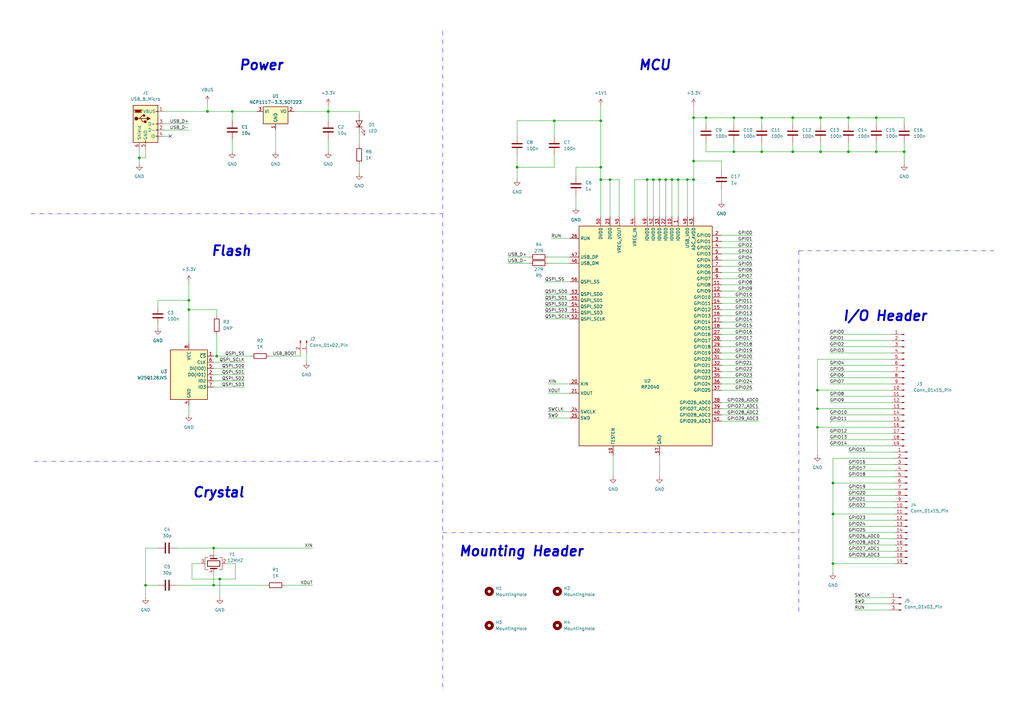
<source format=kicad_sch>
(kicad_sch (version 20230121) (generator eeschema)
  (paper "A3")
  (title_block (title "Raspberry Pi Pico") (date "2023-08-25") (rev "v1") (comment 1 "Minimal Design of RP2040 board"))
  (lib_symbols
    (symbol "Connector:Conn_01x02_Pin" (pin_names (offset 1.016) hide)
      (property "Reference" "J" (at 0 2.54 0))
      (property "Value" "Conn_01x02_Pin" (at 0 -5.08 0))
      (symbol "Conn_01x02_Pin_1_1"
        (polyline (pts (xy 1.27 -2.54) (xy 0.8636 -2.54)) (stroke (width 0.1524)))
        (polyline (pts (xy 1.27 0) (xy 0.8636 0)) (stroke (width 0.1524)))
        (rectangle (start 0.8636 -2.413) (end 0 -2.667) (stroke (width 0.1524)) (fill (type outline)))
        (rectangle (start 0.8636 0.127) (end 0 -0.127) (stroke (width 0.1524)) (fill (type outline)))
        (pin passive line (at 5.08 0 180) (length 3.81) (name "Pin_1") (number "1"))
        (pin passive line (at 5.08 -2.54 180) (length 3.81) (name "Pin_2") (number "2"))
      )
    )
    (symbol "Connector:Conn_01x03_Pin" (pin_names (offset 1.016) hide)
      (property "Reference" "J" (at 0 5.08 0))
      (property "Value" "Conn_01x03_Pin" (at 0 -5.08 0))
      (symbol "Conn_01x03_Pin_1_1"
        (polyline (pts (xy 1.27 -2.54) (xy 0.8636 -2.54)) (stroke (width 0.1524)))
        (polyline (pts (xy 1.27 0) (xy 0.8636 0)) (stroke (width 0.1524)))
        (polyline (pts (xy 1.27 2.54) (xy 0.8636 2.54)) (stroke (width 0.1524)))
        (rectangle (start 0.8636 -2.413) (end 0 -2.667) (stroke (width 0.1524)) (fill (type outline)))
        (rectangle (start 0.8636 0.127) (end 0 -0.127) (stroke (width 0.1524)) (fill (type outline)))
        (rectangle (start 0.8636 2.667) (end 0 2.413) (stroke (width 0.1524)) (fill (type outline)))
        (pin passive line (at 5.08 2.54 180) (length 3.81) (name "Pin_1") (number "1"))
        (pin passive line (at 5.08 0 180) (length 3.81) (name "Pin_2") (number "2"))
        (pin passive line (at 5.08 -2.54 180) (length 3.81) (name "Pin_3") (number "3"))
      )
    )
    (symbol "Connector:Conn_01x19_Pin" (pin_names (offset 1.016) hide)
      (property "Reference" "J" (at 0 25.4 0))
      (property "Value" "Conn_01x19_Pin" (at 0 -25.4 0))
      (symbol "Conn_01x19_Pin_1_1"
        (polyline (pts (xy 1.27 -22.86) (xy 0.8636 -22.86)) (stroke (width 0.1524)))
        (polyline (pts (xy 1.27 -20.32) (xy 0.8636 -20.32)) (stroke (width 0.1524)))
        (polyline (pts (xy 1.27 -17.78) (xy 0.8636 -17.78)) (stroke (width 0.1524)))
        (polyline (pts (xy 1.27 -15.24) (xy 0.8636 -15.24)) (stroke (width 0.1524)))
        (polyline (pts (xy 1.27 -12.7) (xy 0.8636 -12.7)) (stroke (width 0.1524)))
        (polyline (pts (xy 1.27 -10.16) (xy 0.8636 -10.16)) (stroke (width 0.1524)))
        (polyline (pts (xy 1.27 -7.62) (xy 0.8636 -7.62)) (stroke (width 0.1524)))
        (polyline (pts (xy 1.27 -5.08) (xy 0.8636 -5.08)) (stroke (width 0.1524)))
        (polyline (pts (xy 1.27 -2.54) (xy 0.8636 -2.54)) (stroke (width 0.1524)))
        (polyline (pts (xy 1.27 0) (xy 0.8636 0)) (stroke (width 0.1524)))
        (polyline (pts (xy 1.27 2.54) (xy 0.8636 2.54)) (stroke (width 0.1524)))
        (polyline (pts (xy 1.27 5.08) (xy 0.8636 5.08)) (stroke (width 0.1524)))
        (polyline (pts (xy 1.27 7.62) (xy 0.8636 7.62)) (stroke (width 0.1524)))
        (polyline (pts (xy 1.27 10.16) (xy 0.8636 10.16)) (stroke (width 0.1524)))
        (polyline (pts (xy 1.27 12.7) (xy 0.8636 12.7)) (stroke (width 0.1524)))
        (polyline (pts (xy 1.27 15.24) (xy 0.8636 15.24)) (stroke (width 0.1524)))
        (polyline (pts (xy 1.27 17.78) (xy 0.8636 17.78)) (stroke (width 0.1524)))
        (polyline (pts (xy 1.27 20.32) (xy 0.8636 20.32)) (stroke (width 0.1524)))
        (polyline (pts (xy 1.27 22.86) (xy 0.8636 22.86)) (stroke (width 0.1524)))
        (rectangle (start 0.8636 -22.733) (end 0 -22.987) (stroke (width 0.1524)) (fill (type outline)))
        (rectangle (start 0.8636 -20.193) (end 0 -20.447) (stroke (width 0.1524)) (fill (type outline)))
        (rectangle (start 0.8636 -17.653) (end 0 -17.907) (stroke (width 0.1524)) (fill (type outline)))
        (rectangle (start 0.8636 -15.113) (end 0 -15.367) (stroke (width 0.1524)) (fill (type outline)))
        (rectangle (start 0.8636 -12.573) (end 0 -12.827) (stroke (width 0.1524)) (fill (type outline)))
        (rectangle (start 0.8636 -10.033) (end 0 -10.287) (stroke (width 0.1524)) (fill (type outline)))
        (rectangle (start 0.8636 -7.493) (end 0 -7.747) (stroke (width 0.1524)) (fill (type outline)))
        (rectangle (start 0.8636 -4.953) (end 0 -5.207) (stroke (width 0.1524)) (fill (type outline)))
        (rectangle (start 0.8636 -2.413) (end 0 -2.667) (stroke (width 0.1524)) (fill (type outline)))
        (rectangle (start 0.8636 0.127) (end 0 -0.127) (stroke (width 0.1524)) (fill (type outline)))
        (rectangle (start 0.8636 2.667) (end 0 2.413) (stroke (width 0.1524)) (fill (type outline)))
        (rectangle (start 0.8636 5.207) (end 0 4.953) (stroke (width 0.1524)) (fill (type outline)))
        (rectangle (start 0.8636 7.747) (end 0 7.493) (stroke (width 0.1524)) (fill (type outline)))
        (rectangle (start 0.8636 10.287) (end 0 10.033) (stroke (width 0.1524)) (fill (type outline)))
        (rectangle (start 0.8636 12.827) (end 0 12.573) (stroke (width 0.1524)) (fill (type outline)))
        (rectangle (start 0.8636 15.367) (end 0 15.113) (stroke (width 0.1524)) (fill (type outline)))
        (rectangle (start 0.8636 17.907) (end 0 17.653) (stroke (width 0.1524)) (fill (type outline)))
        (rectangle (start 0.8636 20.447) (end 0 20.193) (stroke (width 0.1524)) (fill (type outline)))
        (rectangle (start 0.8636 22.987) (end 0 22.733) (stroke (width 0.1524)) (fill (type outline)))
        (pin passive line (at 5.08 22.86 180) (length 3.81) (name "Pin_1") (number "1"))
        (pin passive line (at 5.08 0 180) (length 3.81) (name "Pin_10") (number "10"))
        (pin passive line (at 5.08 -2.54 180) (length 3.81) (name "Pin_11") (number "11"))
        (pin passive line (at 5.08 -5.08 180) (length 3.81) (name "Pin_12") (number "12"))
        (pin passive line (at 5.08 -7.62 180) (length 3.81) (name "Pin_13") (number "13"))
        (pin passive line (at 5.08 -10.16 180) (length 3.81) (name "Pin_14") (number "14"))
        (pin passive line (at 5.08 -12.7 180) (length 3.81) (name "Pin_15") (number "15"))
        (pin passive line (at 5.08 -15.24 180) (length 3.81) (name "Pin_16") (number "16"))
        (pin passive line (at 5.08 -17.78 180) (length 3.81) (name "Pin_17") (number "17"))
        (pin passive line (at 5.08 -20.32 180) (length 3.81) (name "Pin_18") (number "18"))
        (pin passive line (at 5.08 -22.86 180) (length 3.81) (name "Pin_19") (number "19"))
        (pin passive line (at 5.08 20.32 180) (length 3.81) (name "Pin_2") (number "2"))
        (pin passive line (at 5.08 17.78 180) (length 3.81) (name "Pin_3") (number "3"))
        (pin passive line (at 5.08 15.24 180) (length 3.81) (name "Pin_4") (number "4"))
        (pin passive line (at 5.08 12.7 180) (length 3.81) (name "Pin_5") (number "5"))
        (pin passive line (at 5.08 10.16 180) (length 3.81) (name "Pin_6") (number "6"))
        (pin passive line (at 5.08 7.62 180) (length 3.81) (name "Pin_7") (number "7"))
        (pin passive line (at 5.08 5.08 180) (length 3.81) (name "Pin_8") (number "8"))
        (pin passive line (at 5.08 2.54 180) (length 3.81) (name "Pin_9") (number "9"))
      )
    )
    (symbol "Connector:USB_B_Micro" (pin_names (offset 1.016))
      (property "Reference" "J" (at -5.08 11.43 0))
      (property "Value" "USB_B_Micro" (at -5.08 8.89 0))
      (symbol "USB_B_Micro_0_1"
        (rectangle (start -5.08 -7.62) (end 5.08 7.62) (stroke (width 0.254)) (fill (type background)))
        (circle (center -3.81 2.159) (radius 0.635) (stroke (width 0.254)) (fill (type outline)))
        (circle (center -0.635 3.429) (radius 0.381) (stroke (width 0.254)) (fill (type outline)))
        (rectangle (start -0.127 -7.62) (end 0.127 -6.858))
        (polyline (pts (xy -1.905 2.159) (xy 0.635 2.159)) (stroke (width 0.254)))
        (polyline (pts (xy -3.175 2.159) (xy -2.54 2.159) (xy -1.27 3.429) (xy -0.635 3.429)) (stroke (width 0.254)))
        (polyline (pts (xy -2.54 2.159) (xy -1.905 2.159) (xy -1.27 0.889) (xy 0 0.889)) (stroke (width 0.254)))
        (polyline (pts (xy 0.635 2.794) (xy 0.635 1.524) (xy 1.905 2.159) (xy 0.635 2.794)) (stroke (width 0.254)) (fill (type outline)))
        (polyline (pts (xy -4.318 5.588) (xy -1.778 5.588) (xy -2.032 4.826) (xy -4.064 4.826) (xy -4.318 5.588)) (fill (type outline)))
        (polyline (pts (xy -4.699 5.842) (xy -4.699 5.588) (xy -4.445 4.826) (xy -4.445 4.572) (xy -1.651 4.572) (xy -1.651 4.826) (xy -1.397 5.588) (xy -1.397 5.842) (xy -4.699 5.842)))
        (rectangle (start 0.254 1.27) (end -0.508 0.508) (stroke (width 0.254)) (fill (type outline)))
        (rectangle (start 5.08 -5.207) (end 4.318 -4.953))
        (rectangle (start 5.08 -2.667) (end 4.318 -2.413))
        (rectangle (start 5.08 -0.127) (end 4.318 0.127))
        (rectangle (start 5.08 4.953) (end 4.318 5.207))
      )
      (symbol "USB_B_Micro_1_1"
        (pin power_out line (at 7.62 5.08 180) (length 2.54) (name "VBUS") (number "1"))
        (pin bidirectional line (at 7.62 -2.54 180) (length 2.54) (name "D-") (number "2"))
        (pin bidirectional line (at 7.62 0 180) (length 2.54) (name "D+") (number "3"))
        (pin passive line (at 7.62 -5.08 180) (length 2.54) (name "ID") (number "4"))
        (pin power_out line (at 0 -10.16 90) (length 2.54) (name "GND") (number "5"))
        (pin passive line (at -2.54 -10.16 90) (length 2.54) (name "Shield") (number "6"))
      )
    )
    (symbol "Device:C" (pin_numbers hide) (pin_names (offset 0.254))
      (property "Reference" "C" (at 0.635 2.54 0))
      (property "Value" "C" (at 0.635 -2.54 0))
      (symbol "C_0_1"
        (polyline (pts (xy -2.032 -0.762) (xy 2.032 -0.762)) (stroke (width 0.508)))
        (polyline (pts (xy -2.032 0.762) (xy 2.032 0.762)) (stroke (width 0.508)))
      )
      (symbol "C_1_1"
        (pin passive line (at 0 3.81 270) (length 2.794) (name "~") (number "1"))
        (pin passive line (at 0 -3.81 90) (length 2.794) (name "~") (number "2"))
      )
    )
    (symbol "Device:Crystal_GND23" (pin_names (offset 1.016) hide)
      (property "Reference" "Y" (at 3.175 5.08 0))
      (property "Value" "Crystal_GND23" (at 3.175 3.175 0))
      (symbol "Crystal_GND23_0_1"
        (rectangle (start -1.143 2.54) (end 1.143 -2.54) (stroke (width 0.3048)))
        (polyline (pts (xy -2.54 0) (xy -2.032 0)))
        (polyline (pts (xy -2.032 -1.27) (xy -2.032 1.27)) (stroke (width 0.508)))
        (polyline (pts (xy 0 -3.81) (xy 0 -3.556)))
        (polyline (pts (xy 0 3.556) (xy 0 3.81)))
        (polyline (pts (xy 2.032 -1.27) (xy 2.032 1.27)) (stroke (width 0.508)))
        (polyline (pts (xy 2.032 0) (xy 2.54 0)))
        (polyline (pts (xy -2.54 -2.286) (xy -2.54 -3.556) (xy 2.54 -3.556) (xy 2.54 -2.286)))
        (polyline (pts (xy -2.54 2.286) (xy -2.54 3.556) (xy 2.54 3.556) (xy 2.54 2.286)))
      )
      (symbol "Crystal_GND23_1_1"
        (pin passive line (at -3.81 0 0) (length 1.27) (name "1") (number "1"))
        (pin passive line (at 0 5.08 270) (length 1.27) (name "2") (number "2"))
        (pin passive line (at 0 -5.08 90) (length 1.27) (name "3") (number "3"))
        (pin passive line (at 3.81 0 180) (length 1.27) (name "4") (number "4"))
      )
    )
    (symbol "Device:LED" (pin_numbers hide) (pin_names (offset 1.016) hide)
      (property "Reference" "D" (at 0 2.54 0))
      (property "Value" "LED" (at 0 -2.54 0))
      (symbol "LED_0_1"
        (polyline (pts (xy -1.27 -1.27) (xy -1.27 1.27)) (stroke (width 0.254)))
        (polyline (pts (xy -1.27 0) (xy 1.27 0)))
        (polyline (pts (xy 1.27 -1.27) (xy 1.27 1.27) (xy -1.27 0) (xy 1.27 -1.27)) (stroke (width 0.254)))
        (polyline (pts (xy -3.048 -0.762) (xy -4.572 -2.286) (xy -3.81 -2.286) (xy -4.572 -2.286) (xy -4.572 -1.524)))
        (polyline (pts (xy -1.778 -0.762) (xy -3.302 -2.286) (xy -2.54 -2.286) (xy -3.302 -2.286) (xy -3.302 -1.524)))
      )
      (symbol "LED_1_1"
        (pin passive line (at -3.81 0 0) (length 2.54) (name "K") (number "1"))
        (pin passive line (at 3.81 0 180) (length 2.54) (name "A") (number "2"))
      )
    )
    (symbol "Device:R" (pin_numbers hide) (pin_names (offset 0))
      (property "Reference" "R" (at 2.032 0 90))
      (property "Value" "R" (at 0 0 90))
      (symbol "R_0_1"
        (rectangle (start -1.016 -2.54) (end 1.016 2.54) (stroke (width 0.254)))
      )
      (symbol "R_1_1"
        (pin passive line (at 0 3.81 270) (length 1.27) (name "~") (number "1"))
        (pin passive line (at 0 -3.81 90) (length 1.27) (name "~") (number "2"))
      )
    )
    (symbol "MCU_RaspberryPi:RP2040"
      (property "Reference" "U2" (at -6.35 -21.59 0))
      (property "Value" "RP2040" (at -7.62 -24.13 0))
      (symbol "RP2040_0_1"
        (rectangle (start -33.02 41.91) (end 21.59 -48.26) (stroke (width 0.254)) (fill (type background)))
      )
      (symbol "RP2040_1_1"
        (pin power_in line (at 7.62 45.72 270) (length 3.81) (name "IOVDD") (number "1"))
        (pin passive line (at 5.08 45.72 270) (length 3.81) (name "IOVDD") (number "10"))
        (pin bidirectional line (at 25.4 17.78 180) (length 3.81) (name "GPIO8") (number "11"))
        (pin bidirectional line (at 25.4 15.24 180) (length 3.81) (name "GPIO9") (number "12"))
        (pin bidirectional line (at 25.4 12.7 180) (length 3.81) (name "GPIO10") (number "13"))
        (pin bidirectional line (at 25.4 10.16 180) (length 3.81) (name "GPIO11") (number "14"))
        (pin bidirectional line (at 25.4 7.62 180) (length 3.81) (name "GPIO12") (number "15"))
        (pin bidirectional line (at 25.4 5.08 180) (length 3.81) (name "GPIO13") (number "16"))
        (pin bidirectional line (at 25.4 2.54 180) (length 3.81) (name "GPIO14") (number "17"))
        (pin bidirectional line (at 25.4 0 180) (length 3.81) (name "GPIO15") (number "18"))
        (pin input line (at -19.05 -52.07 90) (length 3.81) (name "TESTEN") (number "19"))
        (pin bidirectional line (at 25.4 38.1 180) (length 3.81) (name "GPIO0") (number "2"))
        (pin input line (at -36.83 -22.86 0) (length 3.81) (name "XIN") (number "20"))
        (pin passive line (at -36.83 -26.67 0) (length 3.81) (name "XOUT") (number "21"))
        (pin passive line (at 2.54 45.72 270) (length 3.81) (name "IOVDD") (number "22"))
        (pin power_in line (at -20.32 45.72 270) (length 3.81) (name "DVDD") (number "23"))
        (pin input line (at -36.83 -34.29 0) (length 3.81) (name "SWCLK") (number "24"))
        (pin bidirectional line (at -36.83 -36.83 0) (length 3.81) (name "SWD") (number "25"))
        (pin input line (at -36.83 36.83 0) (length 3.81) (name "RUN") (number "26"))
        (pin bidirectional line (at 25.4 -2.54 180) (length 3.81) (name "GPIO16") (number "27"))
        (pin bidirectional line (at 25.4 -5.08 180) (length 3.81) (name "GPIO17") (number "28"))
        (pin bidirectional line (at 25.4 -7.62 180) (length 3.81) (name "GPIO18") (number "29"))
        (pin bidirectional line (at 25.4 35.56 180) (length 3.81) (name "GPIO1") (number "3"))
        (pin bidirectional line (at 25.4 -10.16 180) (length 3.81) (name "GPIO19") (number "30"))
        (pin bidirectional line (at 25.4 -12.7 180) (length 3.81) (name "GPIO20") (number "31"))
        (pin bidirectional line (at 25.4 -15.24 180) (length 3.81) (name "GPIO21") (number "32"))
        (pin passive line (at 0 45.72 270) (length 3.81) (name "IOVDD") (number "33"))
        (pin bidirectional line (at 25.4 -17.78 180) (length 3.81) (name "GPIO22") (number "34"))
        (pin bidirectional line (at 25.4 -20.32 180) (length 3.81) (name "GPIO23") (number "35"))
        (pin bidirectional line (at 25.4 -22.86 180) (length 3.81) (name "GPIO24") (number "36"))
        (pin bidirectional line (at 25.4 -25.4 180) (length 3.81) (name "GPIO25") (number "37"))
        (pin bidirectional line (at 25.4 -30.48 180) (length 3.81) (name "GPIO26_ADC0") (number "38"))
        (pin bidirectional line (at 25.4 -33.02 180) (length 3.81) (name "GPIO27_ADC1") (number "39"))
        (pin bidirectional line (at 25.4 33.02 180) (length 3.81) (name "GPIO2") (number "4"))
        (pin bidirectional line (at 25.4 -35.56 180) (length 3.81) (name "GPIO28_ADC2") (number "40"))
        (pin bidirectional line (at 25.4 -38.1 180) (length 3.81) (name "GPIO29_ADC3") (number "41"))
        (pin passive line (at -2.54 45.72 270) (length 3.81) (name "IOVDD") (number "42"))
        (pin power_in line (at 13.97 45.72 270) (length 3.81) (name "ADC_AVDD") (number "43"))
        (pin power_in line (at -10.16 45.72 270) (length 3.81) (name "VREG_IN") (number "44"))
        (pin power_out line (at -16.51 45.72 270) (length 3.81) (name "VREG_VOUT") (number "45"))
        (pin bidirectional line (at -36.83 26.67 0) (length 3.81) (name "USB_DM") (number "46"))
        (pin bidirectional line (at -36.83 29.21 0) (length 3.81) (name "USB_DP") (number "47"))
        (pin power_in line (at 11.43 45.72 270) (length 3.81) (name "USB_VDD") (number "48"))
        (pin passive line (at -5.08 45.72 270) (length 3.81) (name "IOVDD") (number "49"))
        (pin bidirectional line (at 25.4 30.48 180) (length 3.81) (name "GPIO3") (number "5"))
        (pin power_in line (at -24.13 45.72 270) (length 3.81) (name "DVDD") (number "50"))
        (pin bidirectional line (at -36.83 6.35 0) (length 3.81) (name "QSPI_SD3") (number "51"))
        (pin output line (at -36.83 3.81 0) (length 3.81) (name "QSPI_SCLK") (number "52"))
        (pin bidirectional line (at -36.83 13.97 0) (length 3.81) (name "QSPI_SD0") (number "53"))
        (pin bidirectional line (at -36.83 8.89 0) (length 3.81) (name "QSPI_SD2") (number "54"))
        (pin bidirectional line (at -36.83 11.43 0) (length 3.81) (name "QSPI_SD1") (number "55"))
        (pin bidirectional line (at -36.83 19.05 0) (length 3.81) (name "QSPI_SS") (number "56"))
        (pin power_in line (at 0 -52.07 90) (length 3.81) (name "GND") (number "57"))
        (pin bidirectional line (at 25.4 27.94 180) (length 3.81) (name "GPIO4") (number "6"))
        (pin bidirectional line (at 25.4 25.4 180) (length 3.81) (name "GPIO5") (number "7"))
        (pin bidirectional line (at 25.4 22.86 180) (length 3.81) (name "GPIO6") (number "8"))
        (pin bidirectional line (at 25.4 20.32 180) (length 3.81) (name "GPIO7") (number "9"))
      )
    )
    (symbol "Mechanical:MountingHole" (pin_names (offset 1.016))
      (property "Reference" "H" (at 0 5.08 0))
      (property "Value" "MountingHole" (at 0 3.175 0))
      (symbol "MountingHole_0_1"
        (circle (center 0 0) (radius 1.27) (stroke (width 1.27)))
      )
    )
    (symbol "Memory_Flash:W25Q128JVS"
      (property "Reference" "U" (at -8.89 8.89 0))
      (property "Value" "W25Q128JVS" (at 7.62 8.89 0))
      (symbol "W25Q128JVS_0_1"
        (rectangle (start -7.62 10.16) (end 7.62 -10.16) (stroke (width 0.254)) (fill (type background)))
      )
      (symbol "W25Q128JVS_1_1"
        (pin input line (at -10.16 7.62 0) (length 2.54) (name "~{CS}") (number "1"))
        (pin bidirectional line (at -10.16 0 0) (length 2.54) (name "DO(IO1)") (number "2"))
        (pin bidirectional line (at -10.16 -2.54 0) (length 2.54) (name "IO2") (number "3"))
        (pin power_in line (at 0 -12.7 90) (length 2.54) (name "GND") (number "4"))
        (pin bidirectional line (at -10.16 2.54 0) (length 2.54) (name "DI(IO0)") (number "5"))
        (pin input line (at -10.16 5.08 0) (length 2.54) (name "CLK") (number "6"))
        (pin bidirectional line (at -10.16 -5.08 0) (length 2.54) (name "IO3") (number "7"))
        (pin power_in line (at 0 12.7 270) (length 2.54) (name "VCC") (number "8"))
      )
    )
    (symbol "Regulator_Linear:NCP1117-3.3_SOT223"
      (property "Reference" "U" (at -3.81 3.175 0))
      (property "Value" "NCP1117-3.3_SOT223" (at 0 3.175 0))
      (symbol "NCP1117-3.3_SOT223_0_1"
        (rectangle (start -5.08 -5.08) (end 5.08 1.905) (stroke (width 0.254)) (fill (type background)))
      )
      (symbol "NCP1117-3.3_SOT223_1_1"
        (pin power_in line (at 0 -7.62 90) (length 2.54) (name "GND") (number "1"))
        (pin power_out line (at 7.62 0 180) (length 2.54) (name "VO") (number "2"))
        (pin power_in line (at -7.62 0 0) (length 2.54) (name "VI") (number "3"))
      )
    )
    (symbol "power:+1V1" (power) (pin_names (offset 0))
      (property "Value" "+1V1" (at 0 3.556 0))
      (symbol "+1V1_0_1"
        (polyline (pts (xy -0.762 1.27) (xy 0 2.54)))
        (polyline (pts (xy 0 0) (xy 0 2.54)))
        (polyline (pts (xy 0 2.54) (xy 0.762 1.27)))
      )
      (symbol "+1V1_1_1"
        (pin power_in line (at 0 0 90) (length 0) hide (name "+1V1") (number "1"))
      )
    )
    (symbol "power:+3.3V" (power) (pin_names (offset 0))
      (property "Value" "+3.3V" (at 0 3.556 0))
      (symbol "+3.3V_0_1"
        (polyline (pts (xy -0.762 1.27) (xy 0 2.54)))
        (polyline (pts (xy 0 0) (xy 0 2.54)))
        (polyline (pts (xy 0 2.54) (xy 0.762 1.27)))
      )
      (symbol "+3.3V_1_1"
        (pin power_in line (at 0 0 90) (length 0) hide (name "+3.3V") (number "1"))
      )
    )
    (symbol "power:GND" (power) (pin_names (offset 0))
      (property "Value" "GND" (at 0 -3.81 0))
      (symbol "GND_0_1"
        (polyline (pts (xy 0 0) (xy 0 -1.27) (xy 1.27 -1.27) (xy 0 -2.54) (xy -1.27 -1.27) (xy 0 -1.27)))
      )
      (symbol "GND_1_1"
        (pin power_in line (at 0 0 270) (length 0) hide (name "GND") (number "1"))
      )
    )
    (symbol "power:VBUS" (power) (pin_names (offset 0))
      (property "Value" "VBUS" (at 0 3.81 0))
      (symbol "VBUS_0_1"
        (polyline (pts (xy -0.762 1.27) (xy 0 2.54)))
        (polyline (pts (xy 0 0) (xy 0 2.54)))
        (polyline (pts (xy 0 2.54) (xy 0.762 1.27)))
      )
      (symbol "VBUS_1_1"
        (pin power_in line (at 0 0 90) (length 0) hide (name "VBUS") (number "1"))
      )
    )
  )
  (junction (at 246.38 68.58))
  (junction (at 325.12 48.26))
  (junction (at 134.62 45.72))
  (junction (at 341.63 231.14))
  (junction (at 267.97 73.66))
  (junction (at 278.13 73.66))
  (junction (at 336.55 48.26))
  (junction (at 77.47 123.19))
  (junction (at 312.42 48.26))
  (junction (at 275.59 73.66))
  (junction (at 347.98 48.26))
  (junction (at 359.41 62.23))
  (junction (at 273.05 73.66))
  (junction (at 227.33 49.53))
  (junction (at 77.47 127))
  (junction (at 341.63 210.82))
  (junction (at 335.28 160.02))
  (junction (at 359.41 48.26))
  (junction (at 88.9 146.05))
  (junction (at 85.09 45.72))
  (junction (at 284.48 48.26))
  (junction (at 246.38 49.53))
  (junction (at 87.63 240.03))
  (junction (at 87.63 224.79))
  (junction (at 325.12 62.23))
  (junction (at 284.48 66.04))
  (junction (at 90.17 237.49))
  (junction (at 300.99 48.26))
  (junction (at 370.84 62.23))
  (junction (at 270.51 73.66))
  (junction (at 336.55 62.23))
  (junction (at 312.42 62.23))
  (junction (at 289.56 48.26))
  (junction (at 246.38 73.66))
  (junction (at 265.43 73.66))
  (junction (at 335.28 175.26))
  (junction (at 300.99 62.23))
  (junction (at 341.63 198.12))
  (junction (at 250.19 73.66))
  (junction (at 59.69 240.03))
  (junction (at 347.98 62.23))
  (junction (at 95.25 45.72))
  (junction (at 281.94 73.66))
  (junction (at 284.48 73.66))
  (junction (at 335.28 167.64))
  (junction (at 212.09 68.58))
  (junction (at 57.15 64.77))
  (no_connect (at 69.85 55.88))
  (wire (pts (xy 134.62 45.72) (xy 134.62 49.53)))
  (wire (pts (xy 147.32 67.31) (xy 147.32 71.12)))
  (polyline (pts (xy 13.97 189.23) (xy 181.61 189.23)) (stroke (width 0) (type dash_dot_dot)))
  (wire (pts (xy 295.91 170.18) (xy 311.15 170.18)))
  (polyline (pts (xy 181.61 218.44) (xy 327.66 218.44)) (stroke (width 0) (type dash_dot_dot)))
  (wire (pts (xy 295.91 119.38) (xy 308.61 119.38)))
  (wire (pts (xy 347.98 193.04) (xy 367.03 193.04)))
  (wire (pts (xy 370.84 62.23) (xy 370.84 58.42)))
  (wire (pts (xy 267.97 73.66) (xy 267.97 88.9)))
  (wire (pts (xy 212.09 68.58) (xy 212.09 73.66)))
  (wire (pts (xy 85.09 45.72) (xy 95.25 45.72)))
  (wire (pts (xy 347.98 208.28) (xy 367.03 208.28)))
  (wire (pts (xy 273.05 73.66) (xy 275.59 73.66)))
  (wire (pts (xy 335.28 167.64) (xy 365.76 167.64)))
  (wire (pts (xy 134.62 45.72) (xy 147.32 45.72)))
  (wire (pts (xy 72.39 224.79) (xy 87.63 224.79)))
  (wire (pts (xy 223.52 120.65) (xy 233.68 120.65)))
  (wire (pts (xy 295.91 129.54) (xy 308.61 129.54)))
  (wire (pts (xy 147.32 46.99) (xy 147.32 45.72)))
  (wire (pts (xy 78.74 231.14) (xy 82.55 231.14)))
  (wire (pts (xy 96.52 237.49) (xy 90.17 237.49)))
  (wire (pts (xy 281.94 73.66) (xy 281.94 88.9)))
  (wire (pts (xy 370.84 48.26) (xy 370.84 50.8)))
  (wire (pts (xy 67.31 45.72) (xy 85.09 45.72)))
  (wire (pts (xy 120.65 45.72) (xy 134.62 45.72)))
  (wire (pts (xy 87.63 234.95) (xy 87.63 240.03)))
  (wire (pts (xy 123.19 146.05) (xy 123.19 144.78)))
  (wire (pts (xy 284.48 43.18) (xy 284.48 48.26)))
  (wire (pts (xy 347.98 215.9) (xy 367.03 215.9)))
  (wire (pts (xy 236.22 68.58) (xy 246.38 68.58)))
  (polyline (pts (xy 327.66 102.87) (xy 327.66 251.46)) (stroke (width 0) (type dash_dot_dot)))
  (wire (pts (xy 347.98 48.26) (xy 359.41 48.26)))
  (wire (pts (xy 90.17 237.49) (xy 90.17 245.11)))
  (wire (pts (xy 224.79 168.91) (xy 233.68 168.91)))
  (wire (pts (xy 347.98 218.44) (xy 367.03 218.44)))
  (wire (pts (xy 295.91 96.52) (xy 308.61 96.52)))
  (wire (pts (xy 295.91 142.24) (xy 308.61 142.24)))
  (wire (pts (xy 246.38 73.66) (xy 246.38 88.9)))
  (wire (pts (xy 254 88.9) (xy 254 73.66)))
  (wire (pts (xy 67.31 50.8) (xy 77.47 50.8)))
  (wire (pts (xy 289.56 62.23) (xy 300.99 62.23)))
  (wire (pts (xy 341.63 198.12) (xy 341.63 210.82)))
  (wire (pts (xy 57.15 60.96) (xy 57.15 64.77)))
  (wire (pts (xy 295.91 101.6) (xy 308.61 101.6)))
  (wire (pts (xy 295.91 160.02) (xy 308.61 160.02)))
  (wire (pts (xy 87.63 224.79) (xy 128.27 224.79)))
  (wire (pts (xy 267.97 73.66) (xy 270.51 73.66)))
  (wire (pts (xy 340.36 162.56) (xy 365.76 162.56)))
  (wire (pts (xy 295.91 147.32) (xy 308.61 147.32)))
  (wire (pts (xy 265.43 73.66) (xy 265.43 88.9)))
  (wire (pts (xy 359.41 62.23) (xy 370.84 62.23)))
  (wire (pts (xy 59.69 60.96) (xy 59.69 64.77)))
  (wire (pts (xy 265.43 73.66) (xy 267.97 73.66)))
  (wire (pts (xy 325.12 62.23) (xy 336.55 62.23)))
  (wire (pts (xy 227.33 68.58) (xy 227.33 63.5)))
  (wire (pts (xy 295.91 144.78) (xy 308.61 144.78)))
  (wire (pts (xy 125.73 144.78) (xy 125.73 148.59)))
  (wire (pts (xy 300.99 48.26) (xy 312.42 48.26)))
  (wire (pts (xy 87.63 151.13) (xy 100.33 151.13)))
  (wire (pts (xy 208.28 107.95) (xy 217.17 107.95)))
  (wire (pts (xy 295.91 111.76) (xy 308.61 111.76)))
  (wire (pts (xy 340.36 154.94) (xy 365.76 154.94)))
  (wire (pts (xy 336.55 48.26) (xy 336.55 50.8)))
  (wire (pts (xy 246.38 49.53) (xy 246.38 68.58)))
  (wire (pts (xy 236.22 72.39) (xy 236.22 68.58)))
  (wire (pts (xy 270.51 186.69) (xy 270.51 195.58)))
  (wire (pts (xy 295.91 134.62) (xy 308.61 134.62)))
  (wire (pts (xy 57.15 64.77) (xy 57.15 67.31)))
  (wire (pts (xy 350.52 250.19) (xy 364.49 250.19)))
  (wire (pts (xy 87.63 146.05) (xy 88.9 146.05)))
  (wire (pts (xy 275.59 73.66) (xy 278.13 73.66)))
  (wire (pts (xy 347.98 195.58) (xy 367.03 195.58)))
  (wire (pts (xy 340.36 177.8) (xy 365.76 177.8)))
  (polyline (pts (xy 327.66 102.87) (xy 407.67 102.87)) (stroke (width 0) (type dash_dot_dot)))
  (wire (pts (xy 300.99 50.8) (xy 300.99 48.26)))
  (wire (pts (xy 77.47 123.19) (xy 64.77 123.19)))
  (wire (pts (xy 275.59 73.66) (xy 275.59 88.9)))
  (wire (pts (xy 335.28 175.26) (xy 335.28 186.69)))
  (polyline (pts (xy 181.61 12.7) (xy 181.61 283.21)) (stroke (width 0) (type dash_dot_dot)))
  (wire (pts (xy 336.55 58.42) (xy 336.55 62.23)))
  (wire (pts (xy 295.91 121.92) (xy 308.61 121.92)))
  (wire (pts (xy 223.52 115.57) (xy 233.68 115.57)))
  (wire (pts (xy 289.56 58.42) (xy 289.56 62.23)))
  (wire (pts (xy 295.91 157.48) (xy 308.61 157.48)))
  (wire (pts (xy 59.69 64.77) (xy 57.15 64.77)))
  (wire (pts (xy 227.33 55.88) (xy 227.33 49.53)))
  (wire (pts (xy 284.48 66.04) (xy 284.48 73.66)))
  (wire (pts (xy 224.79 105.41) (xy 233.68 105.41)))
  (wire (pts (xy 295.91 167.64) (xy 311.15 167.64)))
  (wire (pts (xy 224.79 171.45) (xy 233.68 171.45)))
  (wire (pts (xy 289.56 48.26) (xy 289.56 50.8)))
  (wire (pts (xy 88.9 137.16) (xy 88.9 146.05)))
  (wire (pts (xy 72.39 240.03) (xy 87.63 240.03)))
  (wire (pts (xy 96.52 231.14) (xy 96.52 237.49)))
  (wire (pts (xy 250.19 73.66) (xy 250.19 88.9)))
  (wire (pts (xy 359.41 58.42) (xy 359.41 62.23)))
  (wire (pts (xy 227.33 49.53) (xy 212.09 49.53)))
  (wire (pts (xy 113.03 53.34) (xy 113.03 62.23)))
  (wire (pts (xy 278.13 73.66) (xy 281.94 73.66)))
  (wire (pts (xy 295.91 109.22) (xy 308.61 109.22)))
  (wire (pts (xy 340.36 142.24) (xy 365.76 142.24)))
  (wire (pts (xy 295.91 104.14) (xy 308.61 104.14)))
  (wire (pts (xy 295.91 116.84) (xy 308.61 116.84)))
  (wire (pts (xy 359.41 48.26) (xy 370.84 48.26)))
  (wire (pts (xy 336.55 62.23) (xy 347.98 62.23)))
  (polyline (pts (xy 12.7 87.63) (xy 181.61 87.63)) (stroke (width 0) (type dash_dot_dot)))
  (wire (pts (xy 312.42 48.26) (xy 325.12 48.26)))
  (wire (pts (xy 67.31 53.34) (xy 77.47 53.34)))
  (wire (pts (xy 340.36 149.86) (xy 365.76 149.86)))
  (wire (pts (xy 284.48 73.66) (xy 284.48 88.9)))
  (wire (pts (xy 77.47 127) (xy 88.9 127)))
  (wire (pts (xy 347.98 190.5) (xy 367.03 190.5)))
  (wire (pts (xy 312.42 48.26) (xy 312.42 50.8)))
  (wire (pts (xy 295.91 127) (xy 308.61 127)))
  (wire (pts (xy 340.36 165.1) (xy 365.76 165.1)))
  (wire (pts (xy 341.63 187.96) (xy 367.03 187.96)))
  (wire (pts (xy 278.13 73.66) (xy 278.13 88.9)))
  (wire (pts (xy 284.48 48.26) (xy 289.56 48.26)))
  (wire (pts (xy 300.99 58.42) (xy 300.99 62.23)))
  (wire (pts (xy 300.99 62.23) (xy 312.42 62.23)))
  (wire (pts (xy 295.91 132.08) (xy 308.61 132.08)))
  (wire (pts (xy 340.36 182.88) (xy 365.76 182.88)))
  (wire (pts (xy 359.41 48.26) (xy 359.41 50.8)))
  (wire (pts (xy 370.84 62.23) (xy 370.84 67.31)))
  (wire (pts (xy 59.69 240.03) (xy 64.77 240.03)))
  (wire (pts (xy 284.48 48.26) (xy 284.48 66.04)))
  (wire (pts (xy 246.38 43.18) (xy 246.38 49.53)))
  (wire (pts (xy 347.98 58.42) (xy 347.98 62.23)))
  (wire (pts (xy 134.62 57.15) (xy 134.62 62.23)))
  (wire (pts (xy 340.36 172.72) (xy 365.76 172.72)))
  (wire (pts (xy 226.06 97.79) (xy 233.68 97.79)))
  (wire (pts (xy 341.63 187.96) (xy 341.63 198.12)))
  (wire (pts (xy 64.77 224.79) (xy 59.69 224.79)))
  (wire (pts (xy 254 73.66) (xy 250.19 73.66)))
  (wire (pts (xy 85.09 41.91) (xy 85.09 45.72)))
  (wire (pts (xy 223.52 123.19) (xy 233.68 123.19)))
  (wire (pts (xy 347.98 226.06) (xy 367.03 226.06)))
  (wire (pts (xy 335.28 160.02) (xy 365.76 160.02)))
  (wire (pts (xy 335.28 167.64) (xy 335.28 175.26)))
  (wire (pts (xy 88.9 127) (xy 88.9 129.54)))
  (wire (pts (xy 289.56 48.26) (xy 300.99 48.26)))
  (wire (pts (xy 295.91 99.06) (xy 308.61 99.06)))
  (wire (pts (xy 110.49 146.05) (xy 123.19 146.05)))
  (wire (pts (xy 340.36 180.34) (xy 365.76 180.34)))
  (wire (pts (xy 212.09 68.58) (xy 227.33 68.58)))
  (wire (pts (xy 347.98 228.6) (xy 367.03 228.6)))
  (wire (pts (xy 273.05 73.66) (xy 273.05 88.9)))
  (wire (pts (xy 347.98 205.74) (xy 367.03 205.74)))
  (wire (pts (xy 77.47 127) (xy 77.47 140.97)))
  (wire (pts (xy 88.9 146.05) (xy 102.87 146.05)))
  (wire (pts (xy 340.36 170.18) (xy 365.76 170.18)))
  (wire (pts (xy 340.36 137.16) (xy 365.76 137.16)))
  (wire (pts (xy 295.91 139.7) (xy 308.61 139.7)))
  (wire (pts (xy 295.91 149.86) (xy 308.61 149.86)))
  (wire (pts (xy 312.42 58.42) (xy 312.42 62.23)))
  (wire (pts (xy 208.28 105.41) (xy 217.17 105.41)))
  (wire (pts (xy 295.91 114.3) (xy 308.61 114.3)))
  (wire (pts (xy 325.12 58.42) (xy 325.12 62.23)))
  (wire (pts (xy 341.63 231.14) (xy 367.03 231.14)))
  (wire (pts (xy 77.47 166.37) (xy 77.47 170.18)))
  (wire (pts (xy 224.79 157.48) (xy 233.68 157.48)))
  (wire (pts (xy 59.69 240.03) (xy 59.69 245.11)))
  (wire (pts (xy 260.35 73.66) (xy 265.43 73.66)))
  (wire (pts (xy 312.42 62.23) (xy 325.12 62.23)))
  (wire (pts (xy 78.74 237.49) (xy 78.74 231.14)))
  (wire (pts (xy 87.63 153.67) (xy 100.33 153.67)))
  (wire (pts (xy 340.36 152.4) (xy 365.76 152.4)))
  (wire (pts (xy 347.98 220.98) (xy 367.03 220.98)))
  (wire (pts (xy 336.55 48.26) (xy 347.98 48.26)))
  (wire (pts (xy 251.46 186.69) (xy 251.46 195.58)))
  (wire (pts (xy 64.77 123.19) (xy 64.77 125.73)))
  (wire (pts (xy 260.35 88.9) (xy 260.35 73.66)))
  (wire (pts (xy 59.69 224.79) (xy 59.69 240.03)))
  (wire (pts (xy 347.98 62.23) (xy 359.41 62.23)))
  (wire (pts (xy 77.47 127) (xy 77.47 123.19)))
  (wire (pts (xy 236.22 80.01) (xy 236.22 85.09)))
  (wire (pts (xy 295.91 172.72) (xy 311.15 172.72)))
  (wire (pts (xy 246.38 68.58) (xy 246.38 73.66)))
  (wire (pts (xy 250.19 73.66) (xy 246.38 73.66)))
  (wire (pts (xy 224.79 107.95) (xy 233.68 107.95)))
  (wire (pts (xy 347.98 213.36) (xy 367.03 213.36)))
  (wire (pts (xy 224.79 161.29) (xy 233.68 161.29)))
  (wire (pts (xy 341.63 231.14) (xy 341.63 234.95)))
  (wire (pts (xy 335.28 175.26) (xy 365.76 175.26)))
  (wire (pts (xy 340.36 139.7) (xy 365.76 139.7)))
  (wire (pts (xy 295.91 77.47) (xy 295.91 82.55)))
  (wire (pts (xy 87.63 156.21) (xy 100.33 156.21)))
  (wire (pts (xy 134.62 43.18) (xy 134.62 45.72)))
  (wire (pts (xy 347.98 48.26) (xy 347.98 50.8)))
  (wire (pts (xy 87.63 224.79) (xy 87.63 227.33)))
  (wire (pts (xy 295.91 137.16) (xy 308.61 137.16)))
  (wire (pts (xy 350.52 247.65) (xy 364.49 247.65)))
  (wire (pts (xy 95.25 45.72) (xy 105.41 45.72)))
  (wire (pts (xy 212.09 63.5) (xy 212.09 68.58)))
  (wire (pts (xy 147.32 54.61) (xy 147.32 59.69)))
  (wire (pts (xy 335.28 147.32) (xy 365.76 147.32)))
  (wire (pts (xy 77.47 115.57) (xy 77.47 123.19)))
  (wire (pts (xy 295.91 66.04) (xy 284.48 66.04)))
  (wire (pts (xy 64.77 133.35) (xy 64.77 134.62)))
  (wire (pts (xy 223.52 128.27) (xy 233.68 128.27)))
  (wire (pts (xy 295.91 152.4) (xy 308.61 152.4)))
  (wire (pts (xy 87.63 148.59) (xy 100.33 148.59)))
  (wire (pts (xy 67.31 55.88) (xy 69.85 55.88)))
  (wire (pts (xy 325.12 48.26) (xy 325.12 50.8)))
  (wire (pts (xy 347.98 203.2) (xy 367.03 203.2)))
  (wire (pts (xy 341.63 210.82) (xy 367.03 210.82)))
  (wire (pts (xy 227.33 49.53) (xy 246.38 49.53)))
  (wire (pts (xy 347.98 185.42) (xy 367.03 185.42)))
  (wire (pts (xy 95.25 57.15) (xy 95.25 62.23)))
  (wire (pts (xy 325.12 48.26) (xy 336.55 48.26)))
  (wire (pts (xy 295.91 106.68) (xy 308.61 106.68)))
  (wire (pts (xy 92.71 231.14) (xy 96.52 231.14)))
  (wire (pts (xy 347.98 200.66) (xy 367.03 200.66)))
  (wire (pts (xy 350.52 245.11) (xy 364.49 245.11)))
  (wire (pts (xy 335.28 147.32) (xy 335.28 160.02)))
  (wire (pts (xy 347.98 223.52) (xy 367.03 223.52)))
  (wire (pts (xy 87.63 158.75) (xy 100.33 158.75)))
  (wire (pts (xy 95.25 45.72) (xy 95.25 49.53)))
  (wire (pts (xy 341.63 210.82) (xy 341.63 231.14)))
  (wire (pts (xy 295.91 165.1) (xy 311.15 165.1)))
  (wire (pts (xy 341.63 198.12) (xy 367.03 198.12)))
  (wire (pts (xy 340.36 157.48) (xy 365.76 157.48)))
  (wire (pts (xy 212.09 49.53) (xy 212.09 55.88)))
  (wire (pts (xy 87.63 240.03) (xy 109.22 240.03)))
  (wire (pts (xy 223.52 125.73) (xy 233.68 125.73)))
  (wire (pts (xy 335.28 160.02) (xy 335.28 167.64)))
  (wire (pts (xy 295.91 154.94) (xy 308.61 154.94)))
  (wire (pts (xy 340.36 144.78) (xy 365.76 144.78)))
  (wire (pts (xy 295.91 69.85) (xy 295.91 66.04)))
  (wire (pts (xy 90.17 237.49) (xy 78.74 237.49)))
  (wire (pts (xy 281.94 73.66) (xy 284.48 73.66)))
  (wire (pts (xy 270.51 73.66) (xy 273.05 73.66)))
  (wire (pts (xy 295.91 124.46) (xy 308.61 124.46)))
  (wire (pts (xy 270.51 73.66) (xy 270.51 88.9)))
  (wire (pts (xy 223.52 130.81) (xy 233.68 130.81)))
  (wire (pts (xy 116.84 240.03) (xy 128.27 240.03)))
  (text "Crystal" (at 78.74 204.47 0) (effects (font (size 4 4) bold italic) (justify left bottom)))
  (text "MCU" (at 261.62 29.21 0) (effects (font (size 4 4) bold italic) (justify left bottom)))
  (text "I/O Header" (at 345.44 132.08 0) (effects (font (size 4 4) bold italic) (justify left bottom)))
  (text "Power" (at 97.79 29.21 0) (effects (font (size 4 4) (thickness 0.8) bold italic) (justify left bottom)))
  (text "Flash" (at 86.36 105.41 0) (effects (font (size 4 4) (thickness 0.8) bold italic) (justify left bottom)))
  (text "Mounting Header" (at 187.96 228.6 0) (effects (font (size 4 4) bold italic) (justify left bottom)))
  (label "GPIO16" (at 347.98 190.5 0))
  (label "XOUT" (at 224.79 161.29 0))
  (label "QSPI_SS" (at 100.33 146.05 180))
  (label "RUN" (at 350.52 250.19 0))
  (label "GPIO20" (at 308.61 147.32 180))
  (label "GPIO12" (at 308.61 127 180))
  (label "GPIO18" (at 308.61 142.24 180))
  (label "GPIO7" (at 308.61 114.3 180))
  (label "GPIO24" (at 347.98 215.9 0))
  (label "GPIO20" (at 347.98 203.2 0))
  (label "GPIO19" (at 308.61 144.78 180))
  (label "SWD" (at 224.79 171.45 0))
  (label "GPIO8" (at 308.61 116.84 180))
  (label "GPIO16" (at 308.61 137.16 180))
  (label "GPIO21" (at 347.98 205.74 0))
  (label "QSPI_SD3" (at 100.33 158.75 180))
  (label "QSPI_SCLK" (at 100.33 148.59 180))
  (label "GPIO29_ADC3" (at 347.98 228.6 0))
  (label "QSPI_SD3" (at 223.52 128.27 0))
  (label "GPIO12" (at 340.36 177.8 0))
  (label "GPIO5" (at 340.36 152.4 0))
  (label "XIN" (at 128.27 224.79 180))
  (label "GPIO19" (at 347.98 200.66 0))
  (label "QSPI_SS" (at 223.52 115.57 0))
  (label "GPIO5" (at 308.61 109.22 180))
  (label "GPIO2" (at 340.36 142.24 0))
  (label "GPIO1" (at 308.61 99.06 180))
  (label "USB_D+" (at 208.28 105.41 0))
  (label "GPIO27_ADC1" (at 347.98 226.06 0))
  (label "QSPI_SD1" (at 223.52 123.19 0))
  (label "GPIO3" (at 340.36 144.78 0))
  (label "GPIO11" (at 340.36 172.72 0))
  (label "RUN" (at 226.06 97.79 0))
  (label "GPIO13" (at 308.61 129.54 180))
  (label "GPIO17" (at 347.98 193.04 0))
  (label "USB_D+" (at 77.47 50.8 180))
  (label "GPIO22" (at 308.61 152.4 180))
  (label "GPIO6" (at 308.61 111.76 180))
  (label "GPIO28_ADC2" (at 347.98 223.52 0))
  (label "GPIO6" (at 340.36 154.94 0))
  (label "GPIO24" (at 308.61 157.48 180))
  (label "GPIO4" (at 308.61 106.68 180))
  (label "GPIO7" (at 340.36 157.48 0))
  (label "GPIO22" (at 347.98 208.28 0))
  (label "GPIO3" (at 308.61 104.14 180))
  (label "GPIO15" (at 308.61 134.62 180))
  (label "GPIO23" (at 347.98 213.36 0))
  (label "SWCLK" (at 224.79 168.91 0))
  (label "GPIO0" (at 340.36 137.16 0))
  (label "GPIO25" (at 347.98 218.44 0))
  (label "QSPI_SD2" (at 100.33 156.21 180))
  (label "GPIO11" (at 308.61 124.46 180))
  (label "SWD" (at 350.52 247.65 0))
  (label "GPIO18" (at 347.98 195.58 0))
  (label "GPIO29_ADC3" (at 311.15 172.72 180))
  (label "GPIO9" (at 340.36 165.1 0))
  (label "GPIO9" (at 308.61 119.38 180))
  (label "QSPI_SCLK" (at 223.52 130.81 0))
  (label "USB_BOOT" (at 111.76 146.05 0))
  (label "GPIO8" (at 340.36 162.56 0))
  (label "GPIO4" (at 340.36 149.86 0))
  (label "XOUT" (at 128.27 240.03 180))
  (label "GPIO14" (at 340.36 182.88 0))
  (label "GPIO15" (at 347.98 185.42 0))
  (label "GPIO21" (at 308.61 149.86 180))
  (label "GPIO14" (at 308.61 132.08 180))
  (label "QSPI_SD0" (at 100.33 151.13 180))
  (label "GPIO26_ADC0" (at 311.15 165.1 180))
  (label "XIN" (at 224.79 157.48 0))
  (label "GPIO10" (at 308.61 121.92 180))
  (label "QSPI_SD1" (at 100.33 153.67 180))
  (label "SWCLK" (at 350.52 245.11 0))
  (label "QSPI_SD0" (at 223.52 120.65 0))
  (label "GPIO10" (at 340.36 170.18 0))
  (label "GPIO25" (at 308.61 160.02 180))
  (label "USB_D-" (at 77.47 53.34 180))
  (label "GPIO26_ADC0" (at 347.98 220.98 0))
  (label "GPIO28_ADC2" (at 311.15 170.18 180))
  (label "GPIO2" (at 308.61 101.6 180))
  (label "GPIO23" (at 308.61 154.94 180))
  (label "GPIO1" (at 340.36 139.7 0))
  (label "USB_D-" (at 208.28 107.95 0))
  (label "QSPI_SD2" (at 223.52 125.73 0))
  (label "GPIO27_ADC1" (at 311.15 167.64 180))
  (label "GPIO17" (at 308.61 139.7 180))
  (label "GPIO0" (at 308.61 96.52 180))
  (label "GPIO13" (at 340.36 180.34 0))
  (symbol (lib_id "Device:C") (at 68.58 224.79 90) (unit 1)
    (property "Reference" "C4" (at 68.58 217.17 90))
    (property "Value" "30p" (at 68.58 219.71 90))
    (property "Footprint" "Capacitor_SMD:C_0805_2012Metric_Pad1.18x1.45mm_HandSolder" (effects hide))
  )
  (symbol (lib_id "Device:C") (at 300.99 54.61 0) (unit 1)
    (property "Reference" "C10" (at 304.8 53.34 0) (effects (justify left)))
    (property "Value" "100n" (at 304.8 55.88 0) (effects (justify left)))
    (property "Footprint" "Capacitor_SMD:C_0805_2012Metric_Pad1.18x1.45mm_HandSolder" (effects hide))
  )
  (symbol (lib_id "power:GND") (at 212.09 73.66 0) (unit 1)
    (property "Reference" "#PWR014" (effects hide))
    (property "Value" "GND" (at 212.09 78.74 0))
  )
  (symbol (lib_id "Device:C") (at 227.33 59.69 0) (unit 1)
    (property "Reference" "C7" (at 231.14 58.42 0) (effects (justify left)))
    (property "Value" "100n" (at 231.14 60.96 0) (effects (justify left)))
    (property "Footprint" "Capacitor_SMD:C_0805_2012Metric_Pad1.18x1.45mm_HandSolder" (effects hide))
  )
  (symbol (lib_id "Device:Crystal_GND23") (at 87.63 231.14 270) (unit 1)
    (property "Reference" "Y1" (at 95.25 227.33 90))
    (property "Value" "12MHZ" (at 96.52 229.87 90))
    (property "Footprint" "Crystal:Crystal_SMD_7050-4Pin_7.0x5.0mm" (effects hide))
  )
  (symbol (lib_id "power:GND") (at 95.25 62.23 0) (unit 1)
    (property "Reference" "#PWR05" (effects hide))
    (property "Value" "GND" (at 95.25 67.31 0))
  )
  (symbol (lib_id "Mechanical:MountingHole") (at 200.66 256.54 0) (unit 1)
    (property "Reference" "H3" (at 203.2 255.27 0) (effects (justify left)))
    (property "Value" "MountingHole" (at 203.2 257.81 0) (effects (justify left)))
    (property "Footprint" "MountingHole:MountingHole_3.2mm_M3_DIN965" (effects hide))
  )
  (symbol (lib_id "Regulator_Linear:NCP1117-3.3_SOT223") (at 113.03 45.72 0) (unit 1)
    (property "Reference" "U1" (at 113.03 39.37 0))
    (property "Value" "NCP1117-3.3_SOT223" (at 113.03 41.91 0))
    (property "Footprint" "Package_TO_SOT_SMD:SOT-223-3_TabPin2" (effects hide))
    (property "Datasheet" "http://www.onsemi.com/pub_link/Collateral/NCP1117-D.PDF" (effects hide))
  )
  (symbol (lib_id "Device:C") (at 212.09 59.69 0) (unit 1)
    (property "Reference" "C8" (at 215.9 58.42 0) (effects (justify left)))
    (property "Value" "100n" (at 215.9 60.96 0) (effects (justify left)))
    (property "Footprint" "Capacitor_SMD:C_0805_2012Metric_Pad1.18x1.45mm_HandSolder" (effects hide))
  )
  (symbol (lib_id "Device:R") (at 220.98 107.95 90) (mirror x) (unit 1)
    (property "Reference" "R5" (at 220.98 113.03 90))
    (property "Value" "27R" (at 220.98 110.49 90))
    (property "Footprint" "Resistor_SMD:R_0805_2012Metric_Pad1.20x1.40mm_HandSolder" (effects hide))
  )
  (symbol (lib_id "Device:C") (at 359.41 54.61 0) (unit 1)
    (property "Reference" "C15" (at 363.22 53.34 0) (effects (justify left)))
    (property "Value" "100n" (at 363.22 55.88 0) (effects (justify left)))
    (property "Footprint" "Capacitor_SMD:C_0805_2012Metric_Pad1.18x1.45mm_HandSolder" (effects hide))
  )
  (symbol (lib_id "power:GND") (at 370.84 67.31 0) (unit 1)
    (property "Reference" "#PWR018" (effects hide))
    (property "Value" "GND" (at 370.84 72.39 0))
  )
  (symbol (lib_id "Device:LED") (at 147.32 50.8 90) (unit 1)
    (property "Reference" "D1" (at 151.13 51.1175 90) (effects (justify right)))
    (property "Value" "LED" (at 151.13 53.6575 90) (effects (justify right)))
    (property "Footprint" "LED_SMD:LED_0805_2012Metric" (effects hide))
  )
  (symbol (lib_id "power:GND") (at 113.03 62.23 0) (unit 1)
    (property "Reference" "#PWR01" (effects hide))
    (property "Value" "GND" (at 113.03 67.31 0))
  )
  (symbol (lib_id "Device:C") (at 236.22 76.2 0) (unit 1)
    (property "Reference" "C6" (at 240.03 74.93 0) (effects (justify left)))
    (property "Value" "1u" (at 240.03 77.47 0) (effects (justify left)))
    (property "Footprint" "Capacitor_SMD:C_0805_2012Metric_Pad1.18x1.45mm_HandSolder" (effects hide))
  )
  (symbol (lib_id "power:GND") (at 335.28 186.69 0) (unit 1)
    (property "Reference" "#PWR022" (effects hide))
    (property "Value" "GND" (at 335.28 191.77 0))
  )
  (symbol (lib_id "power:GND") (at 147.32 71.12 0) (unit 1)
    (property "Reference" "#PWR021" (effects hide))
    (property "Value" "GND" (at 147.32 76.2 0))
  )
  (symbol (lib_id "Device:C") (at 336.55 54.61 0) (unit 1)
    (property "Reference" "C13" (at 340.36 53.34 0) (effects (justify left)))
    (property "Value" "100n" (at 340.36 55.88 0) (effects (justify left)))
    (property "Footprint" "Capacitor_SMD:C_0805_2012Metric_Pad1.18x1.45mm_HandSolder" (effects hide))
  )
  (symbol (lib_id "Device:C") (at 325.12 54.61 0) (unit 1)
    (property "Reference" "C12" (at 328.93 53.34 0) (effects (justify left)))
    (property "Value" "100n" (at 328.93 55.88 0) (effects (justify left)))
    (property "Footprint" "Capacitor_SMD:C_0805_2012Metric_Pad1.18x1.45mm_HandSolder" (effects hide))
  )
  (symbol (lib_id "Device:R") (at 147.32 63.5 0) (unit 1)
    (property "Reference" "R6" (at 149.86 62.23 0) (effects (justify left)))
    (property "Value" "1K" (at 149.86 64.77 0) (effects (justify left)))
    (property "Footprint" "Resistor_SMD:R_0805_2012Metric_Pad1.20x1.40mm_HandSolder" (effects hide))
  )
  (symbol (lib_id "power:GND") (at 295.91 82.55 0) (unit 1)
    (property "Reference" "#PWR017" (effects hide))
    (property "Value" "GND" (at 295.91 87.63 0))
  )
  (symbol (lib_id "power:GND") (at 341.63 234.95 0) (unit 1)
    (property "Reference" "#PWR023" (effects hide))
    (property "Value" "GND" (at 341.63 240.03 0))
  )
  (symbol (lib_id "power:GND") (at 251.46 195.58 0) (unit 1)
    (property "Reference" "#PWR019" (effects hide))
    (property "Value" "GND" (at 251.46 200.66 0))
  )
  (symbol (lib_id "Connector:Conn_01x02_Pin") (at 125.73 139.7 270) (unit 1)
    (property "Reference" "J2" (at 127 139.065 90) (effects (justify left)))
    (property "Value" "Conn_01x02_Pin" (at 127 141.605 90) (effects (justify left)))
    (property "Footprint" "Connector_PinHeader_2.54mm:PinHeader_1x02_P2.54mm_Vertical" (effects hide))
  )
  (symbol (lib_id "Device:C") (at 312.42 54.61 0) (unit 1)
    (property "Reference" "C11" (at 316.23 53.34 0) (effects (justify left)))
    (property "Value" "100n" (at 316.23 55.88 0) (effects (justify left)))
    (property "Footprint" "Capacitor_SMD:C_0805_2012Metric_Pad1.18x1.45mm_HandSolder" (effects hide))
  )
  (symbol (lib_id "Device:C") (at 64.77 129.54 0) (unit 1)
    (property "Reference" "C3" (at 68.58 128.27 0) (effects (justify left)))
    (property "Value" "100n" (at 68.58 130.81 0) (effects (justify left)))
    (property "Footprint" "Capacitor_SMD:C_0805_2012Metric_Pad1.18x1.45mm_HandSolder" (effects hide))
  )
  (symbol (lib_id "power:GND") (at 59.69 245.11 0) (unit 1)
    (property "Reference" "#PWR08" (effects hide))
    (property "Value" "GND" (at 59.69 250.19 0))
  )
  (symbol (lib_id "Device:C") (at 68.58 240.03 90) (unit 1)
    (property "Reference" "C5" (at 68.58 232.41 90))
    (property "Value" "30p" (at 68.58 234.95 90))
    (property "Footprint" "Capacitor_SMD:C_0805_2012Metric_Pad1.18x1.45mm_HandSolder" (effects hide))
  )
  (symbol (lib_id "power:VBUS") (at 85.09 41.91 0) (unit 1)
    (property "Reference" "#PWR03" (effects hide))
    (property "Value" "VBUS" (at 85.09 36.83 0))
  )
  (symbol (lib_id "Device:C") (at 289.56 54.61 0) (unit 1)
    (property "Reference" "C9" (at 293.37 53.34 0) (effects (justify left)))
    (property "Value" "100n" (at 293.37 55.88 0) (effects (justify left)))
    (property "Footprint" "Capacitor_SMD:C_0805_2012Metric_Pad1.18x1.45mm_HandSolder" (effects hide))
  )
  (symbol (lib_id "Connector:Conn_01x19_Pin") (at 370.84 160.02 0) (mirror y) (unit 1)
    (property "Reference" "J3" (at 375.92 157.48 0) (effects (justify right)))
    (property "Value" "Conn_01x15_Pin" (at 374.65 160.02 0) (effects (justify right)))
    (property "Footprint" "Connector_PinHeader_2.54mm:PinHeader_1x19_P2.54mm_Vertical" (effects hide))
  )
  (symbol (lib_id "Device:R") (at 106.68 146.05 90) (unit 1)
    (property "Reference" "R2" (at 106.68 139.7 90))
    (property "Value" "1K" (at 106.68 142.24 90))
    (property "Footprint" "Resistor_SMD:R_0805_2012Metric_Pad1.20x1.40mm_HandSolder" (effects hide))
  )
  (symbol (lib_id "Device:C") (at 295.91 73.66 0) (unit 1)
    (property "Reference" "C17" (at 299.72 72.39 0) (effects (justify left)))
    (property "Value" "1u" (at 299.72 74.93 0) (effects (justify left)))
    (property "Footprint" "Capacitor_SMD:C_0805_2012Metric_Pad1.18x1.45mm_HandSolder" (effects hide))
  )
  (symbol (lib_id "Device:R") (at 220.98 105.41 270) (unit 1)
    (property "Reference" "R4" (at 220.98 100.33 90))
    (property "Value" "27R" (at 220.98 102.87 90))
    (property "Footprint" "Resistor_SMD:R_0805_2012Metric_Pad1.20x1.40mm_HandSolder" (effects hide))
  )
  (symbol (lib_id "power:GND") (at 90.17 245.11 0) (unit 1)
    (property "Reference" "#PWR07" (effects hide))
    (property "Value" "GND" (at 90.17 250.19 0))
  )
  (symbol (lib_id "power:+3.3V") (at 134.62 43.18 0) (unit 1)
    (property "Reference" "#PWR04" (effects hide))
    (property "Value" "+3.3V" (at 134.62 38.1 0))
  )
  (symbol (lib_id "MCU_RaspberryPi:RP2040") (at 270.51 134.62 0) (unit 1)
    (property "Reference" "U2" (at 264.16 156.21 0) (effects (justify left)))
    (property "Value" "RP2040" (at 262.89 158.75 0) (effects (justify left)))
    (property "Footprint" "Package_DFN_QFN:QFN-56-1EP_7x7mm_P0.4mm_EP3.2x3.2mm" (effects hide))
    (property "Datasheet" "https://datasheets.raspberrypi.com/rp2040/rp2040-datasheet.pdf" (effects hide))
  )
  (symbol (lib_id "Mechanical:MountingHole") (at 228.6 242.57 0) (unit 1)
    (property "Reference" "H2" (at 231.14 241.3 0) (effects (justify left)))
    (property "Value" "MountingHole" (at 231.14 243.84 0) (effects (justify left)))
    (property "Footprint" "MountingHole:MountingHole_3.2mm_M3_DIN965" (effects hide))
  )
  (symbol (lib_id "Mechanical:MountingHole") (at 228.6 256.54 0) (unit 1)
    (property "Reference" "H4" (at 231.14 255.27 0) (effects (justify left)))
    (property "Value" "MountingHole" (at 231.14 257.81 0) (effects (justify left)))
    (property "Footprint" "MountingHole:MountingHole_3.2mm_M3_DIN965" (effects hide))
  )
  (symbol (lib_id "Connector:USB_B_Micro") (at 59.69 50.8 0) (unit 1)
    (property "Reference" "J1" (at 59.69 38.1 0))
    (property "Value" "USB_B_Micro" (at 59.69 40.64 0))
    (property "Footprint" "Connector_USB:USB_Micro-B_Wuerth_629105150521_CircularHoles" (effects hide))
  )
  (symbol (lib_id "power:GND") (at 57.15 67.31 0) (unit 1)
    (property "Reference" "#PWR02" (effects hide))
    (property "Value" "GND" (at 57.15 72.39 0))
  )
  (symbol (lib_id "power:+3.3V") (at 284.48 43.18 0) (unit 1)
    (property "Reference" "#PWR016" (effects hide))
    (property "Value" "+3.3V" (at 284.48 38.1 0))
  )
  (symbol (lib_id "Mechanical:MountingHole") (at 200.66 242.57 0) (unit 1)
    (property "Reference" "H1" (at 203.2 241.3 0) (effects (justify left)))
    (property "Value" "MountingHole" (at 203.2 243.84 0) (effects (justify left)))
    (property "Footprint" "MountingHole:MountingHole_3.2mm_M3_DIN965" (effects hide))
  )
  (symbol (lib_id "Device:C") (at 347.98 54.61 0) (unit 1)
    (property "Reference" "C14" (at 351.79 53.34 0) (effects (justify left)))
    (property "Value" "100n" (at 351.79 55.88 0) (effects (justify left)))
    (property "Footprint" "Capacitor_SMD:C_0805_2012Metric_Pad1.18x1.45mm_HandSolder" (effects hide))
  )
  (symbol (lib_id "Device:C") (at 134.62 53.34 0) (unit 1)
    (property "Reference" "C2" (at 138.43 52.07 0) (effects (justify left)))
    (property "Value" "10u" (at 138.43 54.61 0) (effects (justify left)))
    (property "Footprint" "Capacitor_SMD:C_0805_2012Metric_Pad1.18x1.45mm_HandSolder" (effects hide))
  )
  (symbol (lib_id "Memory_Flash:W25Q128JVS") (at 77.47 153.67 0) (mirror y) (unit 1)
    (property "Reference" "U3" (at 68.58 152.4 0) (effects (justify left)))
    (property "Value" "W25Q128JVS" (at 68.58 154.94 0) (effects (justify left)))
    (property "Footprint" "Package_SO:SOIC-8_5.23x5.23mm_P1.27mm" (effects hide))
    (property "Datasheet" "http://www.winbond.com/resource-files/w25q128jv_dtr%20revc%2003272018%20plus.pdf" (effects hide))
  )
  (symbol (lib_id "Device:C") (at 95.25 53.34 0) (unit 1)
    (property "Reference" "C1" (at 99.06 52.07 0) (effects (justify left)))
    (property "Value" "10u" (at 99.06 54.61 0) (effects (justify left)))
    (property "Footprint" "Capacitor_SMD:C_0805_2012Metric_Pad1.18x1.45mm_HandSolder" (effects hide))
  )
  (symbol (lib_id "power:GND") (at 270.51 195.58 0) (unit 1)
    (property "Reference" "#PWR020" (effects hide))
    (property "Value" "GND" (at 270.51 200.66 0))
  )
  (symbol (lib_id "power:GND") (at 134.62 62.23 0) (unit 1)
    (property "Reference" "#PWR06" (effects hide))
    (property "Value" "GND" (at 134.62 67.31 0))
  )
  (symbol (lib_id "Device:C") (at 370.84 54.61 0) (unit 1)
    (property "Reference" "C16" (at 374.65 53.34 0) (effects (justify left)))
    (property "Value" "100n" (at 374.65 55.88 0) (effects (justify left)))
    (property "Footprint" "Capacitor_SMD:C_0805_2012Metric_Pad1.18x1.45mm_HandSolder" (effects hide))
  )
  (symbol (lib_id "power:+1V1") (at 246.38 43.18 0) (unit 1)
    (property "Reference" "#PWR013" (effects hide))
    (property "Value" "+1V1" (at 246.38 38.1 0))
  )
  (symbol (lib_id "power:GND") (at 125.73 148.59 0) (unit 1)
    (property "Reference" "#PWR011" (effects hide))
    (property "Value" "GND" (at 125.73 153.67 0))
  )
  (symbol (lib_id "Connector:Conn_01x19_Pin") (at 372.11 208.28 0) (mirror y) (unit 1)
    (property "Reference" "J4" (at 373.38 207.01 0) (effects (justify right)))
    (property "Value" "Conn_01x15_Pin" (at 373.38 209.55 0) (effects (justify right)))
    (property "Footprint" "Connector_PinHeader_2.54mm:PinHeader_1x19_P2.54mm_Vertical" (effects hide))
  )
  (symbol (lib_id "power:GND") (at 77.47 170.18 0) (unit 1)
    (property "Reference" "#PWR012" (effects hide))
    (property "Value" "GND" (at 77.47 175.26 0))
  )
  (symbol (lib_id "Connector:Conn_01x03_Pin") (at 369.57 247.65 0) (mirror y) (unit 1)
    (property "Reference" "J5" (at 370.84 246.38 0) (effects (justify right)))
    (property "Value" "Conn_01x03_Pin" (at 370.84 248.92 0) (effects (justify right)))
    (property "Footprint" "Connector_PinHeader_2.54mm:PinHeader_1x03_P2.54mm_Vertical" (effects hide))
  )
  (symbol (lib_id "Device:R") (at 88.9 133.35 0) (unit 1)
    (property "Reference" "R3" (at 91.44 132.08 0) (effects (justify left)))
    (property "Value" "DNP" (at 91.44 134.62 0) (effects (justify left)))
    (property "Footprint" "Resistor_SMD:R_0805_2012Metric_Pad1.20x1.40mm_HandSolder" (effects hide))
  )
  (symbol (lib_id "power:GND") (at 64.77 134.62 0) (unit 1)
    (property "Reference" "#PWR010" (effects hide))
    (property "Value" "GND" (at 64.77 139.7 0))
  )
  (symbol (lib_id "power:GND") (at 236.22 85.09 0) (unit 1)
    (property "Reference" "#PWR015" (effects hide))
    (property "Value" "GND" (at 236.22 90.17 0))
  )
  (symbol (lib_id "Device:R") (at 113.03 240.03 90) (unit 1)
    (property "Reference" "R1" (at 113.03 233.68 90))
    (property "Value" "1K" (at 113.03 236.22 90))
    (property "Footprint" "Resistor_SMD:R_0805_2012Metric_Pad1.20x1.40mm_HandSolder" (effects hide))
  )
  (symbol (lib_id "power:+3.3V") (at 77.47 115.57 0) (unit 1)
    (property "Reference" "#PWR09" (effects hide))
    (property "Value" "+3.3V" (at 77.47 110.49 0))
  )
)
</source>
